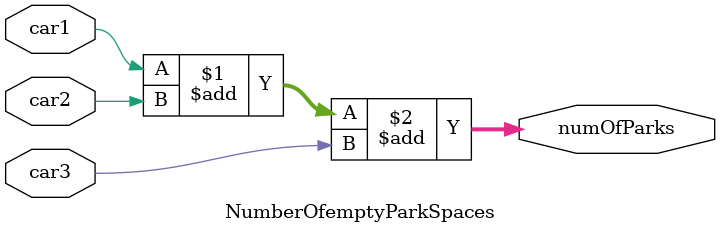
<source format=v>
module NumberOfemptyParkSpaces(car1,car2,car3,numOfParks); 
	
	input car1, car2, car3;
	output [1:0] numOfParks ;
	
	assign numOfParks = car1 + car2 + car3;
	
endmodule
</source>
